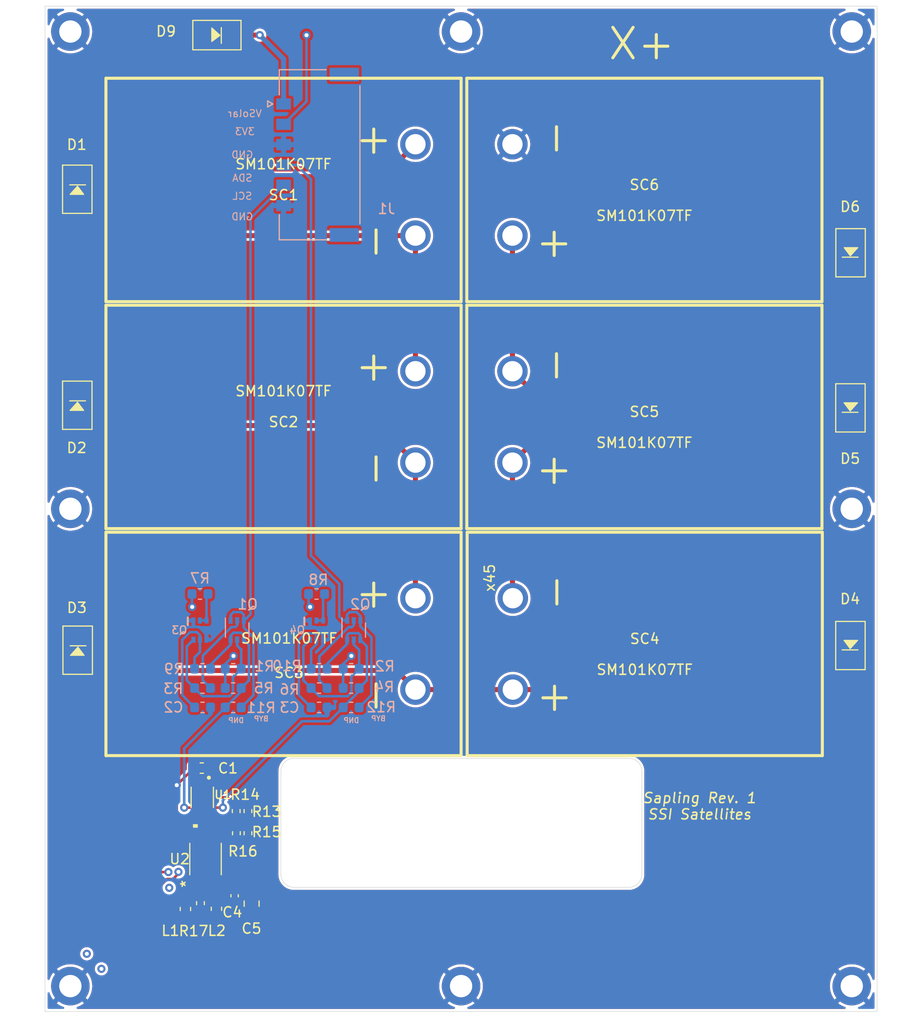
<source format=kicad_pcb>
(kicad_pcb (version 20211014) (generator pcbnew)
  (layers (0 "F.Cu" signal) (1 "In1.Cu" signal) (2 "In2.Cu" signal) (3 "In3.Cu" signal) (4 "In4.Cu" signal) (31 "B.Cu" signal) (34 "B.Paste" user) (35 "F.Paste" user) (36 "B.SilkS" user "B.Silkscreen") (37 "F.SilkS" user "F.Silkscreen") (38 "B.Mask" user) (39 "F.Mask" user) (44 "Edge.Cuts" user))
  (net 0 "")
  (net 1 "+3V3")
  (net 2 "GND")
  (net 3 "Net-(D1-Pad1)")
  (net 4 "Net-(D1-Pad2)")
  (net 5 "Net-(D2-Pad2)")
  (net 6 "Net-(D3-Pad2)")
  (net 7 "Net-(D4-Pad2)")
  (net 8 "Net-(D5-Pad2)")
  (net 9 "VSOLAR")
  (net 10 "SCL")
  (net 11 "SDA")
  (net 13 "SDA1_b4iso")
  (net 14 "SCL1_b4iso")
  (net 17 "Net-(L1-Pad2)")
  (net 18 "Net-(R17-Pad2)")
  (net 19 "Net-(L2-Pad2)")
  (net 21 "Net-(R15-Pad1)")
  (net 22 "Net-(R13-Pad1)")
  (net 23 "Net-(Q4-Pad2)")
  (net 24 "Net-(C3-Pad1)")
  (net 25 "Net-(Q2-Pad5)")
  (net 26 "Net-(Q3-Pad2)")
  (net 27 "Net-(C2-Pad1)")
  (net 28 "Net-(Q1-Pad5)")
  (net 29 "Net-(Q1-Pad2)")
  (net 30 "Net-(Q2-Pad2)")
  (net 31 "/torque-coil")
  (footprint "sapling:SM101K07TF" (layer "F.Cu") (at 156.464 63.408 180)
    (fp_text reference "SC6")
    (fp_text value "SM101K07TF")
  )
  (footprint "sapling:SM101K07TF" (layer "F.Cu") (at 156.464 85.76 180)
    (fp_text reference "SC5")
    (fp_text value "SM101K07TF")
  )
  (footprint "sapling:MOLEX_2053380006" (layer "F.Cu") (at 124.46 59.944 -90)
    (fp_text reference "J1")
    (fp_text value "Conn_01x06")
  )
  (footprint "sapling:DO-214AC" (layer "F.Cu") (at 100.58 84.61 -90)
    (fp_text reference "D2")
    (fp_text value "CDBA240LL-HF")
  )
  (footprint "sapling:DO-214AC" (layer "F.Cu") (at 176.784 69.596 90)
    (fp_text reference "D6")
    (fp_text value "CDBA240LL-HF")
  )
  (footprint "sapling:DO-214AC" (layer "F.Cu") (at 100.62 108.73 -90)
    (fp_text reference "D3")
    (fp_text value "CDBA240LL-HF")
  )
  (footprint "sapling:DO-214AC" (layer "F.Cu") (at 114.34 48.16 180)
    (fp_text reference "D9")
    (fp_text value "CDBA240LL-HF")
  )
  (footprint "sapling:DO-214AC" (layer "F.Cu") (at 176.77 84.87 90)
    (fp_text reference "D5")
    (fp_text value "CDBA240LL-HF")
  )
  (footprint "sapling:DO-214AC" (layer "F.Cu") (at 100.58 63.34 -90)
    (fp_text reference "D1")
    (fp_text value "CDBA240LL-HF")
  )
  (footprint "sapling:DO-214AC" (layer "F.Cu") (at 176.77 108.27 90)
    (fp_text reference "D4")
    (fp_text value "CDBA240LL-HF")
  )
  (footprint "MountingHole:MountingHole_2.2mm_M2_DIN965_Pad_TopBottom" (layer "F.Cu") (at 176.9 94.81)
    (fp_text reference "H1")
    (fp_text value "MountingHole_Pad")
  )
  (footprint "MountingHole:MountingHole_2.2mm_M2_DIN965_Pad_TopBottom" (layer "F.Cu") (at 176.9 47.81)
    (fp_text reference "H2")
    (fp_text value "MountingHole_Pad")
  )
  (footprint "MountingHole:MountingHole_2.2mm_M2_DIN965_Pad_TopBottom" (layer "F.Cu") (at 138.4 47.81)
    (fp_text reference "H3")
    (fp_text value "MountingHole_Pad")
  )
  (footprint "MountingHole:MountingHole_2.2mm_M2_DIN965_Pad_TopBottom" (layer "F.Cu") (at 99.9 47.81)
    (fp_text reference "H4")
    (fp_text value "MountingHole_Pad")
  )
  (footprint "MountingHole:MountingHole_2.2mm_M2_DIN965_Pad_TopBottom" (layer "F.Cu") (at 99.9 94.81)
    (fp_text reference "H5")
    (fp_text value "MountingHole_Pad")
  )
  (footprint "MountingHole:MountingHole_2.2mm_M2_DIN965_Pad_TopBottom" (layer "F.Cu") (at 99.9 141.81)
    (fp_text reference "H6")
    (fp_text value "MountingHole_Pad")
  )
  (footprint "MountingHole:MountingHole_2.2mm_M2_DIN965_Pad_TopBottom" (layer "F.Cu") (at 138.4 141.81)
    (fp_text reference "H7")
    (fp_text value "MountingHole_Pad")
  )
  (footprint "MountingHole:MountingHole_2.2mm_M2_DIN965_Pad_TopBottom" (layer "F.Cu") (at 176.9 141.81)
    (fp_text reference "H8")
    (fp_text value "MountingHole_Pad")
  )
  (footprint "sapling:SM101K07TF" (layer "F.Cu") (at 120.904 63.408)
    (fp_text reference "SC1")
    (fp_text value "SM101K07TF")
  )
  (footprint "sapling:SM101K07TF" (layer "F.Cu") (at 120.904 85.76)
    (fp_text reference "SC2")
    (fp_text value "SM101K07TF")
  )
  (footprint "sapling:SM101K07TF" (layer "F.Cu") (at 120.904 108.112)
    (fp_text reference "SC3")
    (fp_text value "SM101K07TF")
  )
  (footprint "sapling:SM101K07TF" (layer "F.Cu") (at 156.5 108.112 180)
    (fp_text reference "SC4")
    (fp_text value "SM101K07TF")
  )
  (footprint "sapling:OPT3001" (layer "F.Cu") (at 112.8975 123.221 -90)
    (fp_text reference "U1")
    (fp_text value "OPT3001DNPT")
  )
  (footprint "Resistor_SMD:R_0603_1608Metric" (layer "F.Cu") (at 124.15599 103.19951)
    (fp_text reference "R8")
    (fp_text value "10K")
  )
  (footprint "Resistor_SMD:R_0603_1608Metric" (layer "F.Cu") (at 124.40999 112.46251)
    (fp_text reference "R6")
    (fp_text value "600")
  )
  (footprint "Package_TO_SOT_SMD:SOT-363_SC-70-6" (layer "F.Cu") (at 127.82399 106.75551 90)
    (fp_text reference "Q2")
    (fp_text value "MBT2222ADW1T1")
  )
  (footprint "Resistor_SMD:R_0603_1608Metric" (layer "F.Cu") (at 127.56999 112.46251)
    (fp_text reference "R4")
    (fp_text value "10K")
  )
  (footprint "Capacitor_SMD:C_0805_2012Metric" (layer "F.Cu") (at 117.76 133.69 90)
    (fp_text reference "C5")
    (fp_text value "10uF")
  )
  (footprint "Inductor_SMD:L_0603_1608Metric" (layer "F.Cu") (at 111.235 134.215 90)
    (fp_text reference "L1")
    (fp_text value "TBD")
  )
  (footprint "Resistor_SMD:R_0603_1608Metric" (layer "F.Cu") (at 115.94649 112.46251)
    (fp_text reference "R3")
    (fp_text value "10K")
  )
  (footprint "Resistor_SMD:R_0402_1005Metric" (layer "F.Cu") (at 117.4 126.755 -90)
    (fp_text reference "R15")
    (fp_text value "0")
  )
  (footprint "Resistor_SMD:R_0603_1608Metric" (layer "F.Cu") (at 124.40999 110.55751 180)
    (fp_text reference "R10")
    (fp_text value "100K")
  )
  (footprint "mainboard:BSS138DWQ-7" (layer "F.Cu") (at 112.66999 106.75551 90)
    (fp_text reference "Q3")
    (fp_text value "BSS138DWQ-7" hide)
  )
  (footprint "Capacitor_SMD:C_0603_1608Metric" (layer "F.Cu") (at 112.85 120.34 180)
    (fp_text reference "C1")
    (fp_text value "100nF")
  )
  (footprint "Resistor_SMD:R_0402_1005Metric" (layer "F.Cu") (at 116.24 124.575 -90)
    (fp_text reference "R14")
    (fp_text value "0")
  )
  (footprint "Resistor_SMD:R_0603_1608Metric" (layer "F.Cu") (at 112.66999 103.19951)
    (fp_text reference "R7")
    (fp_text value "10K")
  )
  (footprint "Capacitor_SMD:C_0402_1005Metric" (layer "F.Cu") (at 116.085 132.915 90)
    (fp_text reference "C4")
    (fp_text value "0.1uF")
  )
  (footprint "Capacitor_SMD:C_0603_1608Metric" (layer "F.Cu") (at 112.92399 114.36751 180)
    (fp_text reference "C2")
    (fp_text value "10nF")
  )
  (footprint "Resistor_SMD:R_0603_1608Metric" (layer "F.Cu") (at 115.94649 114.36751)
    (fp_text reference "R11")
    (fp_text value "0")
  )
  (footprint "Package_TO_SOT_SMD:SOT-363_SC-70-6" (layer "F.Cu") (at 116.33799 106.75551 90)
    (fp_text reference "Q1")
    (fp_text value "MBT2222ADW1T1")
  )
  (footprint "Resistor_SMD:R_0603_1608Metric" (layer "F.Cu") (at 115.94649 110.55751 180)
    (fp_text reference "R1")
    (fp_text value "10K")
  )
  (footprint "Resistor_SMD:R_0402_1005Metric" (layer "F.Cu") (at 117.4 124.575 90)
    (fp_text reference "R13")
    (fp_text value "0")
  )
  (footprint "Resistor_SMD:R_0402_1005Metric" (layer "F.Cu") (at 112.72 133.64 90)
    (fp_text reference "R17")
    (fp_text value "0")
  )
  (footprint "Resistor_SMD:R_0603_1608Metric" (layer "F.Cu") (at 112.92399 112.46251 180)
    (fp_text reference "R5")
    (fp_text value "600")
  )
  (footprint "sapling:DRV8830DGQ" (layer "F.Cu") (at 113.218 129.297 90)
    (fp_text reference "U2")
    (fp_text value "DRV8830DGQR")
  )
  (footprint "Capacitor_SMD:C_0603_1608Metric" (layer "F.Cu") (at 124.40999 114.36751 180)
    (fp_text reference "C3")
    (fp_text value "10nF")
  )
  (footprint "mainboard:BSS138DWQ-7" (layer "F.Cu") (at 124.15599 106.75551 90)
    (fp_text reference "Q4")
    (fp_text value "BSS138DWQ-7" hide)
  )
  (footprint "Resistor_SMD:R_0402_1005Metric" (layer "F.Cu") (at 116.26 126.755 90)
    (fp_text reference "R16")
    (fp_text value "0")
  )
  (footprint "Resistor_SMD:R_0603_1608Metric" (layer "F.Cu") (at 127.56999 110.55751 180)
    (fp_text reference "R2")
    (fp_text value "10K")
  )
  (footprint "Resistor_SMD:R_0603_1608Metric" (layer "F.Cu") (at 127.56999 114.36751)
    (fp_text reference "R12")
    (fp_text value "0")
  )
  (footprint "Inductor_SMD:L_0603_1608Metric" (layer "F.Cu") (at 114.293 134.197 90)
    (fp_text reference "L2")
    (fp_text value "TBD")
  )
  (footprint "Resistor_SMD:R_0603_1608Metric" (layer "B.Cu") (at 112.92399 110.55751)
    (fp_text reference "R9")
    (fp_text value "100K")
  )
  (gr_line (start 120.65 130.81) (end 120.65 120.65) (layer "Edge.Cuts") (width 0.05))
  (gr_line (start 156.21 120.65) (end 156.21 130.81) (layer "Edge.Cuts") (width 0.05))
  (gr_line (start 121.92 119.38) (end 154.94 119.38) (layer "Edge.Cuts") (width 0.05))
  (gr_line (start 154.94 132.08) (end 121.92 132.08) (layer "Edge.Cuts") (width 0.05))
  (gr_line (start 97.4 144.31) (end 97.4 45.31) (layer "Edge.Cuts") (width 0.05))
  (gr_line (start 179.4 45.31) (end 97.4 45.31) (layer "Edge.Cuts") (width 0.05))
  (gr_line (start 97.4 144.31) (end 179.4 144.31) (layer "Edge.Cuts") (width 0.05))
  (gr_line (start 179.4 144.31) (end 179.4 45.31) (layer "Edge.Cuts") (width 0.05))
  (gr_arc (start 156.21 130.81) (mid 155.838026 131.708026) (end 154.94 132.08) (layer "Edge.Cuts") (width 0.05))
  (gr_arc (start 121.92 132.08) (mid 121.021974 131.708026) (end 120.65 130.81) (layer "Edge.Cuts") (width 0.05))
  (gr_arc (start 154.94 119.38) (mid 155.838026 119.751974) (end 156.21 120.65) (layer "Edge.Cuts") (width 0.05))
  (gr_arc (start 120.65 120.65) (mid 121.021974 119.751974) (end 121.92 119.38) (layer "Edge.Cuts") (width 0.05))
  (gr_text "GND" (at 116.84 66.04) (layer "B.SilkS") (effects (font (size 0.7 0.7) (thickness 0.1)) (justify mirror)))
  (gr_text "SDA" (at 116.84 62.23) (layer "B.SilkS") (effects (font (size 0.7 0.7) (thickness 0.1)) (justify mirror)))
  (gr_text "DNP" (at 116.22599 115.64551) (layer "B.SilkS") (effects (font (size 0.5 0.5) (thickness 0.1)) (justify mirror)))
  (gr_text "GND" (at 116.84 59.944) (layer "B.SilkS") (effects (font (size 0.7 0.7) (thickness 0.1)) (justify mirror)))
  (gr_text "BYP" (at 130.25249 115.45951) (layer "B.SilkS") (effects (font (size 0.5 0.5) (thickness 0.1)) (justify mirror)))
  (gr_text "SCL" (at 116.84 64.008) (layer "B.SilkS") (effects (font (size 0.7 0.7) (thickness 0.1)) (justify mirror)))
  (gr_text "VSolar" (at 117.094 55.88) (layer "B.SilkS") (effects (font (size 0.7 0.7) (thickness 0.1)) (justify mirror)))
  (gr_text "DNP" (at 127.58599 115.64551) (layer "B.SilkS") (effects (font (size 0.5 0.5) (thickness 0.1)) (justify mirror)))
  (gr_text "3V3" (at 117.094 57.658) (layer "B.SilkS") (effects (font (size 0.7 0.7) (thickness 0.1)) (justify mirror)))
  (gr_text "BYP" (at 118.70249 115.47951) (layer "B.SilkS") (effects (font (size 0.5 0.5) (thickness 0.1)) (justify mirror)))
  (gr_text "x45" (at 141.224 101.6 90) (layer "F.SilkS") (effects (font (size 1 1))))
  (gr_text "X+" (at 156.21 49.022) (layer "F.SilkS") (effects (font (size 3 3) (thickness 0.3))))
  (gr_text "Sapling Rev. 1\nSSI Satellites" (at 161.91 124.09) (layer "F.SilkS") (effects (font (size 1 1) (thickness 0.15) italic)))
  (segment (start 116.07807 133.395) (end 116.085 133.395) (width 0.25) (layer "F.Cu") (net 1))
  (segment (start 116.515 133.395) (end 117.76 134.64) (width 0.25) (layer "F.Cu") (net 1))
  (segment (start 116.085 133.395) (end 116.515 133.395) (width 0.25) (layer "F.Cu") (net 1))
  (segment (start 113.90386 132.64748) (end 115.33055 132.64748) (width 0.25) (layer "F.Cu") (net 1))
  (segment (start 113.717999 131.471999) (end 113.717999 132.461619) (width 0.25) (layer "F.Cu") (net 1))
  (segment (start 115.33055 132.64748) (end 116.07807 133.395) (width 0.25) (layer "F.Cu") (net 1))
  (segment (start 113.717999 132.461619) (end 113.90386 132.64748) (width 0.25) (layer "F.Cu") (net 1))
  (segment (start 113.5475 122.226) (end 112.8975 122.226) (width 0.25) (layer "F.Cu") (net 1))
  (via (at 123.17 48.17) (size 0.8) (drill 0.4) (layers "F.Cu" "B.Cu") (net 1))
  (via (at 111.90799 104.46951) (size 0.8) (drill 0.4) (layers "F.Cu" "B.Cu") (net 1))
  (via (at 123.52199 104.46951) (size 0.8) (drill 0.4) (layers "F.Cu" "B.Cu") (net 1))
  (via (at 127.58599 109.29551) (size 0.8) (drill 0.4) (layers "F.Cu" "B.Cu") (net 1))
  (via (at 115.97199 109.29551) (size 0.8) (drill 0.4) (layers "F.Cu" "B.Cu") (net 1))
  (segment (start 111.88249 103.19951) (end 111.88249 104.44401) (width 0.25) (layer "B.Cu") (net 1))
  (segment (start 123.36849 103.19951) (end 123.36849 104.31601) (width 0.25) (layer "B.Cu") (net 1))
  (segment (start 126.78249 110.55751) (end 126.78249 110.09901) (width 0.25) (layer "B.Cu") (net 1))
  (segment (start 126.78249 112.46251) (end 126.78249 110.55751) (width 0.25) (layer "B.Cu") (net 1))
  (segment (start 126.78249 110.09901) (end 127.58599 109.29551) (width 0.25) (layer "B.Cu") (net 1))
  (segment (start 115.15899 112.46251) (end 115.15899 110.55751) (width 0.25) (layer "B.Cu") (net 1))
  (segment (start 123.36849 104.31601) (end 123.52199 104.46951) (width 0.25) (layer "B.Cu") (net 1))
  (segment (start 123.17 54.684) (end 123.17 48.17) (width 0.25) (layer "B.Cu") (net 1))
  (segment (start 111.88249 104.44401) (end 111.90799 104.46951) (width 0.25) (layer "B.Cu") (net 1))
  (segment (start 120.91 56.944) (end 123.17 54.684) (width 0.25) (layer "B.Cu") (net 1))
  (segment (start 115.15899 110.10851) (end 115.97199 109.29551) (width 0.25) (layer "B.Cu") (net 1))
  (segment (start 115.396 123.221) (end 112.8975 123.221) (width 0.25) (layer "F.Cu") (net 2))
  (segment (start 112.892 129.297) (end 113.218 129.297) (width 0.25) (layer "F.Cu") (net 2))
  (segment (start 152.152 67.596) (end 143.464 58.908) (width 0.5) (layer "F.Cu") (net 2))
  (segment (start 112.2475 122.571) (end 112.8975 123.221) (width 0.25) (layer "F.Cu") (net 2))
  (segment (start 111.758488 131.660713) (end 111.758488 130.441888) (width 0.25) (layer "F.Cu") (net 2))
  (segment (start 110.43548 132.983721) (end 111.758488 131.660713) (width 0.25) (layer "F.Cu") (net 2))
  (segment (start 114.218001 131.471999) (end 115.121999 131.471999) (width 0.25) (layer "F.Cu") (net 2))
  (segment (start 116.24 124.065) (end 115.396 123.221) (width 0.25) (layer "F.Cu") (net 2))
  (segment (start 112.2475 122.226) (end 112.2475 122.571) (width 0.25) (layer "F.Cu") (net 2))
  (segment (start 115.121999 131.471999) (end 116.085 132.435) (width 0.25) (layer "F.Cu") (net 2))
  (segment (start 110.379989 126.688989) (end 112.988 129.297) (width 0.25) (layer "F.Cu") (net 2))
  (segment (start 116.26 127.265) (end 116.26 132.26) (width 0.25) (layer "F.Cu") (net 2))
  (segment (start 110.753721 134.18952) (end 110.43548 133.871279) (width 0.25) (layer "F.Cu") (net 2))
  (segment (start 112.988 129.297) (end 113.218 129.297) (width 0.25) (layer "F.Cu") (net 2))
  (segment (start 112.903376 129.297) (end 113.218 129.297) (width 0.25) (layer "F.Cu") (net 2))
  (segment (start 110.379989 122.022511) (end 112.0625 120.34) (width 0.25) (layer "F.Cu") (net 2))
  (segment (start 112.2475 122.226) (end 112.2475 120.525) (width 0.25) (layer "F.Cu") (net 2))
  (segment (start 112.77048 134.18952) (end 110.753721 134.18952) (width 0.25) (layer "F.Cu") (net 2))
  (segment (start 116.085 132.435) (end 117.455 132.435) (width 0.25) (layer "F.Cu") (net 2))
  (segment (start 176.784 67.596) (end 152.152 67.596) (width 0.5) (layer "F.Cu") (net 2))
  (segment (start 111.758488 130.441888) (end 112.903376 129.297) (width 0.25) (layer "F.Cu") (net 2))
  (segment (start 116.26 132.26) (end 116.085 132.435) (width 0.25) (layer "F.Cu") (net 2))
  (segment (start 110.43548 133.871279) (end 110.43548 132.983721) (width 0.25) (layer "F.Cu") (net 2))
  (segment (start 114.218001 130.297001) (end 113.218 129.297) (width 0.25) (layer "F.Cu") (net 2))
  (segment (start 112.2475 120.525) (end 112.0625 120.34) (width 0.25) (layer "F.Cu") (net 2))
  (segment (start 114.218001 131.471999) (end 114.218001 130.297001) (width 0.25) (layer "F.Cu") (net 2))
  (segment (start 110.379989 126.688989) (end 110.379989 122.022511) (width 0.25) (layer "F.Cu") (net 2))
  (segment (start 117.455 132.435) (end 117.76 132.74) (width 0.25) (layer "F.Cu") (net 2))
  (via (at 110.379989 122.022511) (size 0.8) (drill 0.4) (layers "F.Cu" "B.Cu") (net 2))
  (segment (start 113.31999 107.70551) (end 113.31999 107.15151) (width 0.25) (layer "B.Cu") (net 2))
  (segment (start 112.209989 106.430511) (end 112.01999 106.240512) (width 0.25) (layer "B.Cu") (net 2))
  (segment (start 123.965993 106.430511) (end 123.695989 106.430511) (width 0.25) (layer "B.Cu") (net 2))
  (segment (start 112.598991 106.430511) (end 112.209989 106.430511) (width 0.25) (layer "B.Cu") (net 2))
  (segment (start 123.695989 106.430511) (end 123.50599 106.240512) (width 0.25) (layer "B.Cu") (net 2))
  (segment (start 124.80599 107.270508) (end 123.965993 106.430511) (width 0.25) (layer "B.Cu") (net 2))
  (segment (start 112.01999 106.240512) (end 112.01999 105.80551) (width 0.25) (layer "B.Cu") (net 2))
  (segment (start 124.80599 107.70551) (end 124.80599 107.270508) (width 0.25) (layer "B.Cu") (net 2))
  (segment (start 123.50599 106.240512) (end 123.50599 105.80551) (width 0.25) (layer "B.Cu") (net 2))
  (segment (start 125.19749 114.36751) (end 125.19749 114.78101) (width 0.25) (layer "B.Cu") (net 2))
  (segment (start 113.31999 107.15151) (end 112.598991 106.430511) (width 0.25) (layer "B.Cu") (net 2))
  (segment (start 131.472 61.34) (end 133.904 58.908) (width 0.5) (layer "F.Cu") (net 3))
  (segment (start 100.58 61.34) (end 112.34 49.58) (width 0.5) (layer "F.Cu") (net 3))
  (segment (start 100.58 61.34) (end 131.472 61.34) (width 0.5) (layer "F.Cu") (net 3))
  (segment (start 112.34 49.58) (end 112.34 48.16) (width 0.5) (layer "F.Cu") (net 3))
  (segment (start 100.58 65.34) (end 100.58 82.61) (width 0.5) (layer "F.Cu") (net 4))
  (segment (start 133.904 67.908) (end 133.904 81.26) (width 0.5) (layer "F.Cu") (net 4))
  (segment (start 133.904 67.908) (end 103.148 67.908) (width 0.5) (layer "F.Cu") (net 4))
  (segment (start 103.148 67.908) (end 100.58 65.34) (width 0.5) (layer "F.Cu") (net 4))
  (segment (start 100.58 86.61) (end 103.73 89.76) (width 0.5) (layer "F.Cu") (net 5))
  (segment (start 103.73 103.62) (end 100.62 106.73) (width 0.5) (layer "F.Cu") (net 5))
  (segment (start 103.73 89.76) (end 103.73 103.62) (width 0.5) (layer "F.Cu") (net 5))
  (segment (start 133.904 90.26) (end 133.904 103.612) (width 0.5) (layer "F.Cu") (net 5))
  (segment (start 130.254 86.61) (end 133.904 90.26) (width 0.5) (layer "F.Cu") (net 5))
  (segment (start 100.58 86.61) (end 130.254 86.61) (width 0.5) (layer "F.Cu") (net 5))
  (segment (start 143.5 112.612) (end 174.428 112.612) (width 0.5) (layer "F.Cu") (net 6))
  (segment (start 133.904 112.612) (end 143.5 112.612) (width 0.5) (layer "F.Cu") (net 6))
  (segment (start 100.62 110.73) (end 132.022 110.73) (width 0.5) (layer "F.Cu") (net 6))
  (segment (start 174.428 112.612) (end 176.77 110.27) (width 0.5) (layer "F.Cu") (net 6))
  (segment (start 132.022 110.73) (end 133.904 112.612) (width 0.5) (layer "F.Cu") (net 6))
  (segment (start 172.22 91.42) (end 176.77 86.87) (width 0.5) (layer "F.Cu") (net 7))
  (segment (start 172.22 101.78) (end 172.22 91.42) (width 0.5) (layer "F.Cu") (net 7))
  (segment (start 176.77 106.27) (end 176.71 106.27) (width 0.5) (layer "F.Cu") (net 7))
  (segment (start 176.77 86.87) (end 146.854 86.87) (width 0.5) (layer "F.Cu") (net 7))
  (segment (start 143.464 103.576) (end 143.5 103.612) (width 0.5) (layer "F.Cu") (net 7))
  (segment (start 143.464 90.26) (end 143.464 103.576) (width 0.5) (layer "F.Cu") (net 7))
  (segment (start 176.71 106.27) (end 172.22 101.78) (width 0.5) (layer "F.Cu") (net 7))
  (segment (start 146.854 86.87) (end 143.464 90.26) (width 0.5) (layer "F.Cu") (net 7))
  (segment (start 176.77 82.87) (end 145.074 82.87) (width 0.5) (layer "F.Cu") (net 8))
  (segment (start 176.784 71.596) (end 176.784 82.856) (width 0.5) (layer "F.Cu") (net 8))
  (segment (start 145.074 82.87) (end 143.464 81.26) (width 0.5) (layer "F.Cu") (net 8))
  (segment (start 143.464 67.908) (end 143.464 81.26) (width 0.5) (layer "F.Cu") (net 8))
  (segment (start 116.34 48.16) (end 118.56 48.16) (width 0.5) (layer "F.Cu") (net 9))
  (via (at 118.56 48.16) (size 0.8) (drill 0.4) (layers "F.Cu" "B.Cu") (net 9))
  (segment (start 120.91 50.51) (end 120.91 54.944) (width 0.5) (layer "B.Cu") (net 9))
  (segment (start 118.56 48.16) (end 120.91 50.51) (width 0.5) (layer "B.Cu") (net 9))
  (segment (start 112.2475 127.0925) (end 112.217999 127.122001) (width 0.25) (layer "F.Cu") (net 10))
  (segment (start 112.2475 124.216) (end 112.2475 127.0925) (width 0.25) (layer "F.Cu") (net 10))
  (segment (start 111.1195 124.237) (end 112.2265 124.237) (width 0.25) (layer "F.Cu") (net 10))
  (segment (start 112.2265 124.237) (end 112.2475 124.216) (width 0.25) (layer "F.Cu") (net 10))
  (via (at 111.1195 124.237) (size 0.8) (drill 0.4) (layers "F.Cu" "B.Cu") (net 10))
  (segment (start 116.73399 112.46251) (end 116.73399 112.79251) (width 0.25) (layer "B.Cu") (net 10))
  (segment (start 115.68799 107.70551) (end 115.68799 108.1811) (width 0.25) (layer "B.Cu") (net 10))
  (segment (start 111.1195 124.237) (end 111.1195 118.407) (width 0.25) (layer "B.Cu") (net 10))
  (segment (start 117.4965 111.7) (end 117.4965 108.21402) (width 0.25) (layer "B.Cu") (net 10))
  (segment (start 115.97199 107.00951) (end 115.68799 107.29351) (width 0.25) (layer "B.Cu") (net 10))
  (segment (start 113.71149 110.1576) (end 113.71149 110.55751) (width 0.25) (layer "B.Cu") (net 10))
  (segment (start 116.98799 107.70551) (end 116.98799 107.26351) (width 0.25) (layer "B.Cu") (net 10))
  (segment (start 117.4965 108.21402) (end 116.98799 107.70551) (width 0.25) (layer "B.Cu") (net 10))
  (segment (start 115.68799 107.29351) (end 115.68799 107.70551) (width 0.25) (layer "B.Cu") (net 10))
  (segment (start 116.98799 107.26351) (end 116.73399 107.00951) (width 0.25) (layer "B.Cu") (net 10))
  (segment (start 116.73399 107.00951) (end 115.97199 107.00951) (width 0.25) (layer "B.Cu") (net 10))
  (segment (start 116.73399 112.46251) (end 117.4965 111.7) (width 0.25) (layer "B.Cu") (net 10))
  (segment (start 116.73399 112.79251) (end 115.15899 114.36751) (width 0.25) (layer "B.Cu") (net 10))
  (segment (start 115.68799 108.1811) (end 113.71149 110.1576) (width 0.25) (layer "B.Cu") (net 10))
  (segment (start 111.1195 118.407) (end 115.15899 114.36751) (width 0.25) (layer "B.Cu") (net 10))
  (segment (start 112.718001 125.665499) (end 113.5475 124.836) (width 0.25) (layer "F.Cu") (net 11))
  (segment (start 113.5475 124.836) (end 113.5475 124.216) (width 0.25) (layer "F.Cu") (net 11))
  (segment (start 114.9295 124.237) (end 113.5685 124.237) (width 0.25) (layer "F.Cu") (net 11))
  (segment (start 113.5685 124.237) (end 113.5475 124.216) (width 0.25) (layer "F.Cu") (net 11))
  (segment (start 112.718001 127.122001) (end 112.718001 125.665499) (width 0.25) (layer "F.Cu") (net 11))
  (via (at 114.9295 124.237) (size 0.8) (drill 0.4) (layers "F.Cu" "B.Cu") (net 11))
  (segment (start 127.363989 107.055509) (end 128.283991 107.055509) (width 0.25) (layer "B.Cu") (net 11))
  (segment (start 128.35749 112.767914) (end 128.35749 112.46251) (width 0.25) (layer "B.Cu") (net 11))
  (segment (start 128.47399 107.245508) (end 128.47399 107.70551) (width 0.25) (layer "B.Cu") (net 11))
  (segment (start 122.72 115.73) (end 125.42 115.73) (width 0.25) (layer "B.Cu") (net 11))
  (segment (start 127.17399 108.10601) (end 127.17399 107.70551) (width 0.25) (layer "B.Cu") (net 11))
  (segment (start 128.35749 112.46251) (end 129.12 111.7) (width 0.25) (layer "B.Cu") (net 11))
  (segment (start 126.78249 114.342914) (end 128.35749 112.767914) (width 0.25) (layer "B.Cu") (net 11))
  (segment (start 127.17399 107.245508) (end 127.363989 107.055509) (width 0.25) (layer "B.Cu") (net 11))
  (segment (start 127.17399 107.70551) (end 127.17399 107.245508) (width 0.25) (layer "B.Cu") (net 11))
  (segment (start 128.283991 107.055509) (end 128.47399 107.245508) (width 0.25) (layer "B.Cu") (net 11))
  (segment (start 129.12 111.7) (end 129.12 108.35152) (width 0.25) (layer "B.Cu") (net 11))
  (segment (start 125.19749 110.08251) (end 127.17399 108.10601) (width 0.25) (layer "B.Cu") (net 11))
  (segment (start 125.19749 110.55751) (end 125.19749 110.08251) (width 0.25) (layer "B.Cu") (net 11))
  (segment (start 126.78249 114.36751) (end 126.78249 114.342914) (width 0.25) (layer "B.Cu") (net 11))
  (segment (start 114.9295 123.5205) (end 122.72 115.73) (width 0.25) (layer "B.Cu") (net 11))
  (segment (start 125.42 115.73) (end 126.78249 114.36751) (width 0.25) (layer "B.Cu") (net 11))
  (segment (start 129.12 108.35152) (end 128.47399 107.70551) (width 0.25) (layer "B.Cu") (net 11))
  (segment (start 114.9295 124.237) (end 114.9295 123.5205) (width 0.25) (layer "B.Cu") (net 11))
  (segment (start 127.42699 104.97751) (end 127.17399 105.23051) (width 0.25) (layer "B.Cu") (net 13))
  (segment (start 126.4 105.41) (end 126.79551 105.80551) (width 0.25) (layer "B.Cu") (net 13))
  (segment (start 129.570009 113.154991) (end 129.570009 107.469529) (width 0.25) (layer "B.Cu") (net 13))
  (segment (start 128.47399 106.37351) (end 128.47399 105.80551) (width 0.25) (layer "B.Cu") (net 13))
  (segment (start 128.47399 105.80551) (end 128.47399 105.35751) (width 0.25) (layer "B.Cu") (net 13))
  (segment (start 123.61 99.43) (end 126.4 102.22) (width 0.25) (layer "B.Cu") (net 13))
  (segment (start 126.79551 105.80551) (end 127.17399 105.80551) (width 0.25) (layer "B.Cu") (net 13))
  (segment (start 128.09399 104.97751) (end 127.42699 104.97751) (width 0.25) (layer "B.Cu") (net 13))
  (segment (start 129.570009 107.469529) (end 128.47399 106.37351) (width 0.25) (layer "B.Cu") (net 13))
  (segment (start 128.35749 114.36751) (end 129.570009 113.154991) (width 0.25) (layer "B.Cu") (net 13))
  (segment (start 127.17399 105.23051) (end 127.17399 105.80551) (width 0.25) (layer "B.Cu") (net 13))
  (segment (start 126.4 102.22) (end 126.4 105.41) (width 0.25) (layer "B.Cu") (net 13))
  (segment (start 120.91 60.944) (end 122.194 60.944) (width 0.25) (layer "B.Cu") (net 13))
  (segment (start 122.194 60.944) (end 123.61 62.36) (width 0.25) (layer "B.Cu") (net 13))
  (segment (start 123.61 62.36) (end 123.61 99.43) (width 0.25) (layer "B.Cu") (net 13))
  (segment (start 128.47399 105.35751) (end 128.09399 104.97751) (width 0.25) (layer "B.Cu") (net 13))
  (segment (start 116.98799 105.80551) (end 116.98799 105.23151) (width 0.25) (layer "B.Cu") (net 14))
  (segment (start 116.73399 104.97751) (end 115.97199 104.97751) (width 0.25) (layer "B.Cu") (net 14))
  (segment (start 115.97199 104.97751) (end 115.68799 105.26151) (width 0.25) (layer "B.Cu") (net 14))
  (segment (start 116.98799 106.50151) (end 116.98799 105.80551) (width 0.25) (layer "B.Cu") (net 14))
  (segment (start 115.68799 105.26151) (end 115.68799 105.80551) (width 0.25) (layer "B.Cu") (net 14))
  (segment (start 116.73399 114.36751) (end 117.94651 113.15499) (width 0.25) (layer "B.Cu") (net 14))
  (segment (start 117.65 105.2) (end 117.04449 105.80551) (width 0.25) (layer "B.Cu") (net 14))
  (segment (start 117.94651 113.15499) (end 117.94651 107.46003) (width 0.25) (layer "B.Cu") (net 14))
  (segment (start 120.91 62.944) (end 117.65 66.204) (width 0.25) (layer "B.Cu") (net 14))
  (segment (start 117.65 66.204) (end 117.65 105.2) (width 0.25) (layer "B.Cu") (net 14))
  (segment (start 117.94651 107.46003) (end 116.98799 106.50151) (width 0.25) (layer "B.Cu") (net 14))
  (segment (start 116.98799 105.23151) (end 116.73399 104.97751) (width 0.25) (layer "B.Cu") (net 14))
  (segment (start 117.04449 105.80551) (end 116.98799 105.80551) (width 0.25) (layer "B.Cu") (net 14))
  (segment (start 112.217999 132.444501) (end 111.235 133.4275) (width 0.25) (layer "F.Cu") (net 17))
  (segment (start 112.217999 131.471999) (end 112.217999 132.444501) (width 0.25) (layer "F.Cu") (net 17))
  (segment (start 112.718001 131.471999) (end 112.718001 133.038001) (width 0.25) (layer "F.Cu") (net 18))
  (segment (start 113.218 132.597338) (end 114.030162 133.4095) (width 0.25) (layer "F.Cu") (net 19))
  (segment (start 113.218 131.471999) (end 113.218 132.597338) (width 0.25) (layer "F.Cu") (net 19))
  (segment (start 114.030162 133.4095) (end 114.293 133.4095) (width 0.25) (layer "F.Cu") (net 19))
  (segment (start 116.26 126.245) (end 117.4 126.245) (width 0.25) (layer "F.Cu") (net 21))
  (segment (start 113.85338 125.997) (end 116.012 125.997) (width 0.25) (layer "F.Cu") (net 21))
  (segment (start 113.717999 126.132381) (end 113.85338 125.997) (width 0.25) (layer "F.Cu") (net 21))
  (segment (start 113.717999 127.122001) (end 113.717999 126.132381) (width 0.25) (layer "F.Cu") (net 21))
  (segment (start 113.218 127.122001) (end 113.218 125.801218) (width 0.25) (layer "F.Cu") (net 22))
  (segment (start 113.934218 125.085) (end 116.24 125.085) (width 0.25) (layer "F.Cu") (net 22))
  (segment (start 116.24 125.085) (end 117.4 125.085) (width 0.25) (layer "F.Cu") (net 22))
  (segment (start 113.218 125.801218) (end 113.934218 125.085) (width 0.25) (layer "F.Cu") (net 22))
  (segment (start 124.80599 105.80551) (end 124.15599 105.80551) (width 0.25) (layer "B.Cu") (net 23))
  (segment (start 124.80599 103.33701) (end 124.94349 103.19951) (width 0.25) (layer "B.Cu") (net 23))
  (segment (start 124.80599 105.80551) (end 124.80599 103.33701) (width 0.25) (layer "B.Cu") (net 23))
  (segment (start 124.15599 108.140512) (end 124.15599 107.70551) (width 0.25) (layer "B.Cu") (net 24))
  (segment (start 123.62249 108.674012) (end 124.15599 108.140512) (width 0.25) (layer "B.Cu") (net 24))
  (segment (start 123.62249 110.55751) (end 123.62249 108.674012) (width 0.25) (layer "B.Cu") (net 24))
  (segment (start 124.15599 107.70551) (end 124.15599 107.270508) (width 0.25) (layer "B.Cu") (net 24))
  (segment (start 123.045989 107.080509) (end 122.40997 107.716528) (width 0.25) (layer "B.Cu") (net 24))
  (segment (start 122.40997 113.15499) (end 123.62249 114.36751) (width 0.25) (layer "B.Cu") (net 24))
  (segment (start 122.40997 107.716528) (end 122.40997 113.15499) (width 0.25) (layer "B.Cu") (net 24))
  (segment (start 123.965991 107.080509) (end 123.045989 107.080509) (width 0.25) (layer "B.Cu") (net 24))
  (segment (start 124.15599 107.270508) (end 123.965991 107.080509) (width 0.25) (layer "B.Cu") (net 24))
  (segment (start 127.226474 113.26252) (end 127.59498 112.894014) (width 0.25) (layer "B.Cu") (net 25))
  (segment (start 123.62249 112.46251) (end 122.85998 111.7) (width 0.25) (layer "B.Cu") (net 25))
  (segment (start 128.35749 108.699012) (end 127.82399 108.165512) (width 0.25) (layer "B.Cu") (net 25))
  (segment (start 127.59498 111.32002) (end 128.35749 110.55751) (width 0.25) (layer "B.Cu") (net 25))
  (segment (start 122.85998 111.7) (end 122.85998 108.35152) (width 0.25) (layer "B.Cu") (net 25))
  (segment (start 124.4225 113.26252) (end 127.226474 113.26252) (width 0.25) (layer "B.Cu") (net 25))
  (segment (start 122.85998 108.35152) (end 123.50599 107.70551) (width 0.25) (layer "B.Cu") (net 25))
  (segment (start 123.62249 112.46251) (end 124.4225 113.26252) (width 0.25) (layer "B.Cu") (net 25))
  (segment (start 127.59498 112.894014) (end 127.59498 111.32002) (width 0.25) (layer "B.Cu") (net 25))
  (segment (start 128.35749 110.55751) (end 128.35749 108.699012) (width 0.25) (layer "B.Cu") (net 25))
  (segment (start 127.82399 108.165512) (end 127.82399 107.70551) (width 0.25) (layer "B.Cu") (net 25))
  (segment (start 112.66999 105.80551) (end 113.31999 105.80551) (width 0.25) (layer "B.Cu") (net 26))
  (segment (start 113.31999 105.80551) (end 113.31999 103.33701) (width 0.25) (layer "B.Cu") (net 26))
  (segment (start 113.31999 103.33701) (end 113.45749 103.19951) (width 0.25) (layer "B.Cu") (net 26))
  (segment (start 110.923971 107.716527) (end 111.688978 106.95152) (width 0.25) (layer "B.Cu") (net 27))
  (segment (start 110.923971 113.154991) (end 110.923971 107.716527) (width 0.25) (layer "B.Cu") (net 27))
  (segment (start 112.13649 109.4466) (end 112.13649 110.55751) (width 0.25) (layer "B.Cu") (net 27))
  (segment (start 112.66999 108.9131) (end 112.13649 109.4466) (width 0.25) (layer "B.Cu") (net 27))
  (segment (start 112.66999 107.70551) (end 112.66999 107.26351) (width 0.25) (layer "B.Cu") (net 27))
  (segment (start 112.66999 107.70551) (end 112.66999 108.9131) (width 0.25) (layer "B.Cu") (net 27))
  (segment (start 112.358 106.95152) (end 111.688978 106.95152) (width 0.25) (layer "B.Cu") (net 27))
  (segment (start 112.66999 107.26351) (end 112.358 106.95152) (width 0.25) (layer "B.Cu") (net 27))
  (segment (start 112.13649 114.36751) (end 110.923971 113.154991) (width 0.25) (layer "B.Cu") (net 27))
  (segment (start 111.37398 108.35152) (end 112.01999 107.70551) (width 0.25) (layer "B.Cu") (net 28))
  (segment (start 116.33799 107.70551) (end 116.33799 108.28051) (width 0.25) (layer "B.Cu") (net 28))
  (segment (start 115.9215 112.943994) (end 115.602974 113.26252) (width 0.25) (layer "B.Cu") (net 28))
  (segment (start 115.602974 113.26252) (end 112.9365 113.26252) (width 0.25) (layer "B.Cu") (net 28))
  (segment (start 112.9365 113.26252) (end 112.13649 112.46251) (width 0.25) (layer "B.Cu") (net 28))
  (segment (start 115.9215 111.37) (end 115.9215 112.943994) (width 0.25) (layer "B.Cu") (net 28))
  (segment (start 116.73399 108.67651) (end 116.73399 110.55751) (width 0.25) (layer "B.Cu") (net 28))
  (segment (start 116.73399 110.55751) (end 115.9215 111.37) (width 0.25) (layer "B.Cu") (net 28))
  (segment (start 111.37398 111.7) (end 111.37398 108.35152) (width 0.25) (layer "B.Cu") (net 28))
  (segment (start 116.33799 108.28051) (end 116.73399 108.67651) (width 0.25) (layer "B.Cu") (net 28))
  (segment (start 112.13649 112.46251) (end 111.37398 111.7) (width 0.25) (layer "B.Cu") (net 28))
  (segment (start 113.71149 112.46251) (end 112.94898 111.7) (width 0.25) (layer "B.Cu") (net 29))
  (segment (start 112.94898 111.7) (end 112.94898 109.27052) (width 0.25) (layer "B.Cu") (net 29))
  (segment (start 116.147991 106.455511) (end 116.33799 106.265512) (width 0.25) (layer "B.Cu") (net 29))
  (segment (start 116.33799 106.265512) (end 116.33799 105.80551) (width 0.25) (layer "B.Cu") (net 29))
  (segment (start 112.94898 109.27052) (end 115.763989 106.455511) (width 0.25) (layer "B.Cu") (net 29))
  (segment (start 115.763989 106.455511) (end 116.147991 106.455511) (width 0.25) (layer "B.Cu") (net 29))
  (segment (start 127.327577 106.455511) (end 127.633991 106.455511) (width 0.25) (layer "B.Cu") (net 30))
  (segment (start 124.43498 109.348108) (end 127.327577 106.455511) (width 0.25) (layer "B.Cu") (net 30))
  (segment (start 124.43498 111.7) (end 124.43498 109.348108) (width 0.25) (layer "B.Cu") (net 30))
  (segment (start 127.633991 106.455511) (end 127.82399 106.265512) (width 0.25) (layer "B.Cu") (net 30))
  (segment (start 127.82399 106.265512) (end 127.82399 105.80551) (width 0.25) (layer "B.Cu") (net 30))
  (segment (start 127.82399 106.265512) (end 127.587992 106.50151) (width 0.25) (layer "B.Cu") (net 30))
  (segment (start 125.19749 112.46251) (end 124.43498 111.7) (width 0.25) (layer "B.Cu") (net 30))
  (segment (start 111.235 135.0025) (end 110.5625 135.0025) (width 0.25) (layer "F.Cu") (net 31))
  (segment (start 108.36 135.1) (end 108.36 131.05) (width 0.25) (layer "F.Cu") (net 31))
  (segment (start 110.01 131.27) (end 110.55 130.73) (width 0.25) (layer "F.Cu") (net 31))
  (segment (start 110.55 130.73) (end 110.55 130.56) (width 0.25) (layer "F.Cu") (net 31))
  (segment (start 108.85 131.87) (end 109.45 131.27) (width 0.25) (layer "F.Cu") (net 31))
  (segment (start 108.85 133.29) (end 108.85 131.87) (width 0.25) (layer "F.Cu") (net 31))
  (segment (start 109.375 136.115) (end 108.36 135.1) (width 0.25) (layer "F.Cu") (net 31))
  (segment (start 114.293 134.9845) (end 114.293 135.602) (width 0.25) (layer "F.Cu") (net 31))
  (segment (start 108.83 130.58) (end 109.56 130.58) (width 0.25) (layer "F.Cu") (net 31))
  (segment (start 109.45 131.27) (end 110.01 131.27) (width 0.25) (layer "F.Cu") (net 31))
  (segment (start 113.78 136.115) (end 109.375 136.115) (width 0.25) (layer "F.Cu") (net 31))
  (segment (start 108.36 131.05) (end 108.83 130.58) (width 0.25) (layer "F.Cu") (net 31))
  (segment (start 114.293 135.602) (end 113.78 136.115) (width 0.25) (layer "F.Cu") (net 31))
  (segment (start 110.5625 135.0025) (end 108.85 133.29) (width 0.25) (layer "F.Cu") (net 31))
  (via (at 109.56 130.58) (size 0.8) (drill 0.4) (layers "F.Cu" "B.Cu") (net 31))
  (via (at 109.64 132.13) (size 0.8) (drill 0.4) (layers "F.Cu" "B.Cu") (net 31))
  (via (at 102.96 140.11) (size 0.8) (drill 0.4) (layers "F.Cu" "B.Cu") (net 31))
  (via (at 110.55 130.56) (size 0.8) (drill 0.4) (layers "F.Cu" "B.Cu") (net 31))
  (via (at 101.52 138.63) (size 0.8) (drill 0.4) (layers "F.Cu" "B.Cu") (net 31))
  (zone (net 1) (net_name "+3V3") (layer "F.Cu") (connect_pads (clearance 0.254)) (min_thickness 0.2032) (fill yes (thermal_gap 0.254) (thermal_bridge_width 0.508))
    (polygon (pts (xy 179.832 145.288) (xy 96.52 145.288) (xy 96.52 44.704) (xy 179.832 44.704)))
  )
  (zone (net 2) (net_name "GND") (layer "B.Cu") (connect_pads (clearance 0.254)) (min_thickness 0.2032) (fill yes (thermal_gap 0.254) (thermal_bridge_width 0.508))
    (polygon (pts (xy 179.832 145.288) (xy 96.52 145.288) (xy 96.52 44.704) (xy 179.832 44.704)))
  )
)
</source>
